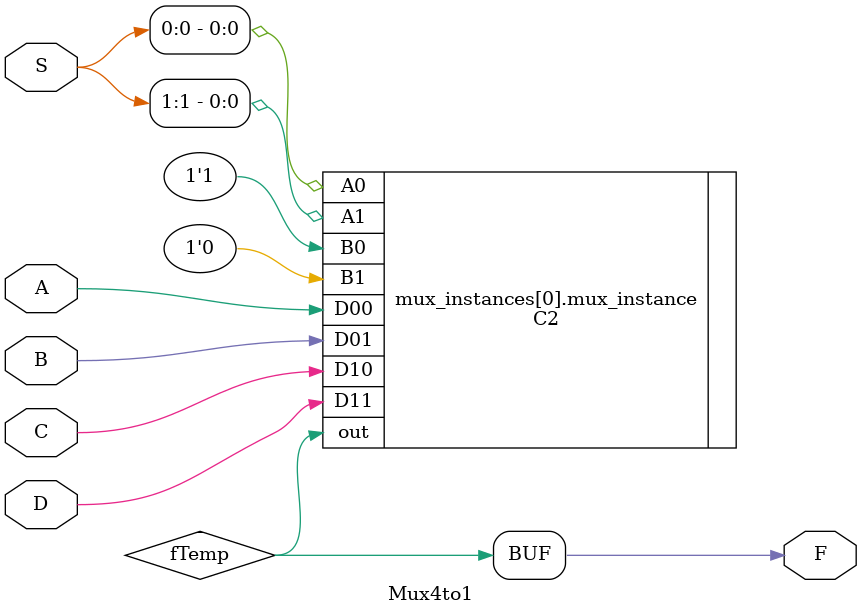
<source format=v>
module Mux4to1 #(parameter INPUT_WIDTH = 1) (input [INPUT_WIDTH-1:0] A, B, C, D, input[1:0] S, output [INPUT_WIDTH-1:0] F);

    wire [INPUT_WIDTH-1:0] fTemp;

    genvar i;
    generate
        for (i = 0; i < INPUT_WIDTH; i = i + 1) begin : mux_instances
            C2 mux_instance(.D00(A[i]), .D01(B[i]), .D10(C[i]), .D11(D[i]), .A1(S[1]), .B1(1'b0), .A0(S[0]), .B0(1'b1), .out(fTemp[i]));
        end
    endgenerate

    assign F = fTemp;

endmodule
</source>
